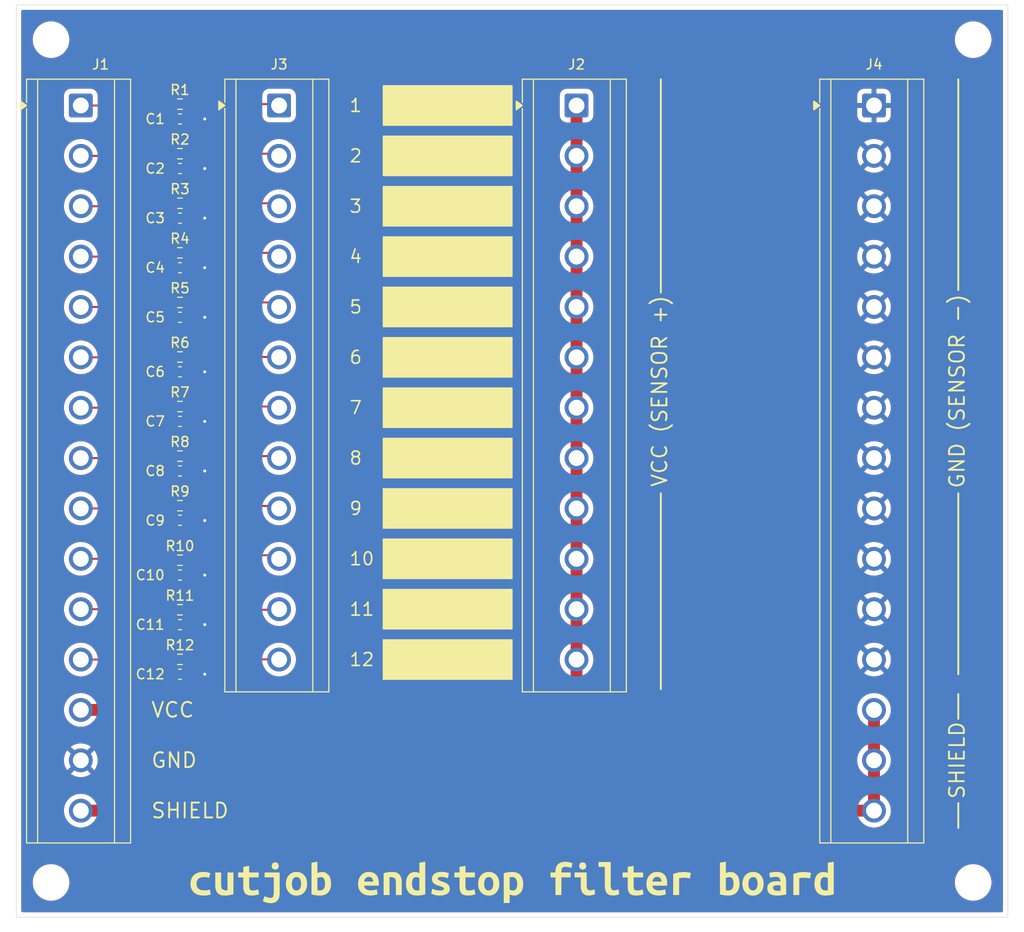
<source format=kicad_pcb>
(kicad_pcb (version 20241229) (generator "pcbnew") (generator_version "9.0")
  (layers (0 "F.Cu" signal) (2 "B.Cu" signal) (13 "F.Paste" user) (15 "B.Paste" user) (5 "F.SilkS" user "F.Silkscreen") (7 "B.SilkS" user "B.Silkscreen") (1 "F.Mask" user) (3 "B.Mask" user) (25 "Edge.Cuts" user))
  (net 0 "")
  (net 1 "/SENSOR_1_OUT")
  (net 2 "GND")
  (net 3 "/SENSOR_2_OUT")
  (net 4 "/SENSOR_3_OUT")
  (net 5 "/SENSOR_4_OUT")
  (net 6 "/SENSOR_5_OUT")
  (net 7 "/SENSOR_6_OUT")
  (net 8 "/SENSOR_7_OUT")
  (net 9 "/SENSOR_8_OUT")
  (net 10 "/SENSOR_9_OUT")
  (net 11 "/SENSOR_10_OUT")
  (net 12 "/SENSOR_11_OUT")
  (net 13 "/SENSOR_12_OUT")
  (net 14 "VCC")
  (net 15 "Earth")
  (net 16 "/SENSOR_12_IN")
  (net 17 "/SENSOR_5_IN")
  (net 18 "/SENSOR_10_IN")
  (net 19 "/SENSOR_6_IN")
  (net 20 "/SENSOR_11_IN")
  (net 21 "/SENSOR_1_IN")
  (net 22 "/SENSOR_7_IN")
  (net 23 "/SENSOR_4_IN")
  (net 24 "/SENSOR_3_IN")
  (net 25 "/SENSOR_9_IN")
  (net 26 "/SENSOR_8_IN")
  (net 27 "/SENSOR_2_IN")
  (footprint "Resistor_SMD:R_0603_1608Metric" (layer "F.Cu") (at 76.5 74)
    (property "Reference" "R3" (at 0 -1.43 0) (layer "F.SilkS"))
    (property "Value" "2.2K")
    (pad "1" smd roundrect (at -0.825 0) (size 0.8 0.95) (layers "F.Cu" "F.Mask" "F.Paste") (net 4 "/SENSOR_3_OUT"))
    (pad "2" smd roundrect (at 0.825 0) (size 0.8 0.95) (layers "F.Cu" "F.Mask" "F.Paste") (net 24 "/SENSOR_3_IN"))
  )
  (footprint "Capacitor_SMD:C_0603_1608Metric" (layer "F.Cu") (at 76.5 96)
    (property "Reference" "C7" (at -2.5 0 0) (layer "F.SilkS"))
    (property "Value" "100nF")
    (pad "1" smd roundrect (at -0.775 0) (size 0.9 0.95) (layers "F.Cu" "F.Mask" "F.Paste") (net 8 "/SENSOR_7_OUT"))
    (pad "2" smd roundrect (at 0.775 0) (size 0.9 0.95) (layers "F.Cu" "F.Mask" "F.Paste") (net 2 "GND"))
  )
  (footprint "Resistor_SMD:R_0603_1608Metric" (layer "F.Cu") (at 76.5 89.5)
    (property "Reference" "R6" (at 0 -1.43 0) (layer "F.SilkS"))
    (property "Value" "2.2K")
    (pad "1" smd roundrect (at -0.825 0) (size 0.8 0.95) (layers "F.Cu" "F.Mask" "F.Paste") (net 7 "/SENSOR_6_OUT"))
    (pad "2" smd roundrect (at 0.825 0) (size 0.8 0.95) (layers "F.Cu" "F.Mask" "F.Paste") (net 19 "/SENSOR_6_IN"))
  )
  (footprint "Capacitor_SMD:C_0603_1608Metric" (layer "F.Cu") (at 76.5 105.97)
    (property "Reference" "C9" (at -2.5 0.03 0) (layer "F.SilkS"))
    (property "Value" "100nF")
    (pad "1" smd roundrect (at -0.775 0) (size 0.9 0.95) (layers "F.Cu" "F.Mask" "F.Paste") (net 10 "/SENSOR_9_OUT"))
    (pad "2" smd roundrect (at 0.775 0) (size 0.9 0.95) (layers "F.Cu" "F.Mask" "F.Paste") (net 2 "GND"))
  )
  (footprint "Capacitor_SMD:C_0603_1608Metric" (layer "F.Cu") (at 76.5 101)
    (property "Reference" "C8" (at -2.5 0 0) (layer "F.SilkS"))
    (property "Value" "100nF")
    (pad "1" smd roundrect (at -0.775 0) (size 0.9 0.95) (layers "F.Cu" "F.Mask" "F.Paste") (net 9 "/SENSOR_8_OUT"))
    (pad "2" smd roundrect (at 0.775 0) (size 0.9 0.95) (layers "F.Cu" "F.Mask" "F.Paste") (net 2 "GND"))
  )
  (footprint "Resistor_SMD:R_0603_1608Metric" (layer "F.Cu") (at 76.5 115)
    (property "Reference" "R11" (at 0 -1.43 0) (layer "F.SilkS"))
    (property "Value" "2.2K")
    (pad "1" smd roundrect (at -0.825 0) (size 0.8 0.95) (layers "F.Cu" "F.Mask" "F.Paste") (net 12 "/SENSOR_11_OUT"))
    (pad "2" smd roundrect (at 0.825 0) (size 0.8 0.95) (layers "F.Cu" "F.Mask" "F.Paste") (net 20 "/SENSOR_11_IN"))
  )
  (footprint "Resistor_SMD:R_0603_1608Metric" (layer "F.Cu") (at 76.5 84)
    (property "Reference" "R5" (at 0 -1.43 0) (layer "F.SilkS"))
    (property "Value" "2.2K")
    (pad "1" smd roundrect (at -0.825 0) (size 0.8 0.95) (layers "F.Cu" "F.Mask" "F.Paste") (net 6 "/SENSOR_5_OUT"))
    (pad "2" smd roundrect (at 0.825 0) (size 0.8 0.95) (layers "F.Cu" "F.Mask" "F.Paste") (net 17 "/SENSOR_5_IN"))
  )
  (footprint "TerminalBlock_CUI:TerminalBlock_CUI_TB007-508-12_1x12_P5.08mm_Horizontal" (layer "F.Cu") (at 86.5 64.14 -90)
    (property "Reference" "J3" (at -4.14 0 0) (layer "F.SilkS"))
    (property "Value" "Screw_Terminal_01x12")
    (pad "1" thru_hole roundrect (at 0 0 270) (size 2.4 2.4) (drill 1.6) (layers "*.Cu" "*.Mask") (roundrect_rratio 0.104167) (net 21 "/SENSOR_1_IN"))
    (pad "2" thru_hole circle (at 5.08 0 270) (size 2.4 2.4) (drill 1.6) (layers "*.Cu" "*.Mask") (net 27 "/SENSOR_2_IN"))
    (pad "3" thru_hole circle (at 10.16 0 270) (size 2.4 2.4) (drill 1.6) (layers "*.Cu" "*.Mask") (net 24 "/SENSOR_3_IN"))
    (pad "4" thru_hole circle (at 15.24 0 270) (size 2.4 2.4) (drill 1.6) (layers "*.Cu" "*.Mask") (net 23 "/SENSOR_4_IN"))
    (pad "5" thru_hole circle (at 20.32 0 270) (size 2.4 2.4) (drill 1.6) (layers "*.Cu" "*.Mask") (net 17 "/SENSOR_5_IN"))
    (pad "6" thru_hole circle (at 25.4 0 270) (size 2.4 2.4) (drill 1.6) (layers "*.Cu" "*.Mask") (net 19 "/SENSOR_6_IN"))
    (pad "7" thru_hole circle (at 30.48 0 270) (size 2.4 2.4) (drill 1.6) (layers "*.Cu" "*.Mask") (net 22 "/SENSOR_7_IN"))
    (pad "8" thru_hole circle (at 35.56 0 270) (size 2.4 2.4) (drill 1.6) (layers "*.Cu" "*.Mask") (net 26 "/SENSOR_8_IN"))
    (pad "9" thru_hole circle (at 40.64 0 270) (size 2.4 2.4) (drill 1.6) (layers "*.Cu" "*.Mask") (net 25 "/SENSOR_9_IN"))
    (pad "10" thru_hole circle (at 45.72 0 270) (size 2.4 2.4) (drill 1.6) (layers "*.Cu" "*.Mask") (net 18 "/SENSOR_10_IN"))
    (pad "11" thru_hole circle (at 50.8 0 270) (size 2.4 2.4) (drill 1.6) (layers "*.Cu" "*.Mask") (net 20 "/SENSOR_11_IN"))
    (pad "12" thru_hole circle (at 55.88 0 270) (size 2.4 2.4) (drill 1.6) (layers "*.Cu" "*.Mask") (net 16 "/SENSOR_12_IN"))
  )
  (footprint "Resistor_SMD:R_0603_1608Metric" (layer "F.Cu") (at 76.5 120)
    (property "Reference" "R12" (at 0 -1.43 0) (layer "F.SilkS"))
    (property "Value" "2.2K")
    (pad "1" smd roundrect (at -0.825 0) (size 0.8 0.95) (layers "F.Cu" "F.Mask" "F.Paste") (net 13 "/SENSOR_12_OUT"))
    (pad "2" smd roundrect (at 0.825 0) (size 0.8 0.95) (layers "F.Cu" "F.Mask" "F.Paste") (net 16 "/SENSOR_12_IN"))
  )
  (footprint "Resistor_SMD:R_0603_1608Metric" (layer "F.Cu") (at 76.5 99.5)
    (property "Reference" "R8" (at 0 -1.43 0) (layer "F.SilkS"))
    (property "Value" "2.2K")
    (pad "1" smd roundrect (at -0.825 0) (size 0.8 0.95) (layers "F.Cu" "F.Mask" "F.Paste") (net 9 "/SENSOR_8_OUT"))
    (pad "2" smd roundrect (at 0.825 0) (size 0.8 0.95) (layers "F.Cu" "F.Mask" "F.Paste") (net 26 "/SENSOR_8_IN"))
  )
  (footprint "Capacitor_SMD:C_0603_1608Metric" (layer "F.Cu") (at 76.5 75.5)
    (property "Reference" "C3" (at -2.5 0 0) (layer "F.SilkS"))
    (property "Value" "100nF")
    (pad "1" smd roundrect (at -0.775 0) (size 0.9 0.95) (layers "F.Cu" "F.Mask" "F.Paste") (net 4 "/SENSOR_3_OUT"))
    (pad "2" smd roundrect (at 0.775 0) (size 0.9 0.95) (layers "F.Cu" "F.Mask" "F.Paste") (net 2 "GND"))
  )
  (footprint "TerminalBlock_CUI:TerminalBlock_CUI_TB007-508-12_1x12_P5.08mm_Horizontal" (layer "F.Cu") (at 116.5 64.14 -90)
    (property "Reference" "J2" (at -4.14 0 180) (layer "F.SilkS"))
    (property "Value" "Screw_Terminal_01x12")
    (pad "1" thru_hole roundrect (at 0 0 270) (size 2.4 2.4) (drill 1.6) (layers "*.Cu" "*.Mask") (roundrect_rratio 0.104167) (net 14 "VCC"))
    (pad "2" thru_hole circle (at 5.08 0 270) (size 2.4 2.4) (drill 1.6) (layers "*.Cu" "*.Mask") (net 14 "VCC"))
    (pad "3" thru_hole circle (at 10.16 0 270) (size 2.4 2.4) (drill 1.6) (layers "*.Cu" "*.Mask") (net 14 "VCC"))
    (pad "4" thru_hole circle (at 15.24 0 270) (size 2.4 2.4) (drill 1.6) (layers "*.Cu" "*.Mask") (net 14 "VCC"))
    (pad "5" thru_hole circle (at 20.32 0 270) (size 2.4 2.4) (drill 1.6) (layers "*.Cu" "*.Mask") (net 14 "VCC"))
    (pad "6" thru_hole circle (at 25.4 0 270) (size 2.4 2.4) (drill 1.6) (layers "*.Cu" "*.Mask") (net 14 "VCC"))
    (pad "7" thru_hole circle (at 30.48 0 270) (size 2.4 2.4) (drill 1.6) (layers "*.Cu" "*.Mask") (net 14 "VCC"))
    (pad "8" thru_hole circle (at 35.56 0 270) (size 2.4 2.4) (drill 1.6) (layers "*.Cu" "*.Mask") (net 14 "VCC"))
    (pad "9" thru_hole circle (at 40.64 0 270) (size 2.4 2.4) (drill 1.6) (layers "*.Cu" "*.Mask") (net 14 "VCC"))
    (pad "10" thru_hole circle (at 45.72 0 270) (size 2.4 2.4) (drill 1.6) (layers "*.Cu" "*.Mask") (net 14 "VCC"))
    (pad "11" thru_hole circle (at 50.8 0 270) (size 2.4 2.4) (drill 1.6) (layers "*.Cu" "*.Mask") (net 14 "VCC"))
    (pad "12" thru_hole circle (at 55.88 0 270) (size 2.4 2.4) (drill 1.6) (layers "*.Cu" "*.Mask") (net 14 "VCC"))
  )
  (footprint "Resistor_SMD:R_0603_1608Metric" (layer "F.Cu") (at 76.5 69)
    (property "Reference" "R2" (at 0 -1.43 0) (layer "F.SilkS"))
    (property "Value" "2.2K")
    (pad "1" smd roundrect (at -0.825 0) (size 0.8 0.95) (layers "F.Cu" "F.Mask" "F.Paste") (net 3 "/SENSOR_2_OUT"))
    (pad "2" smd roundrect (at 0.825 0) (size 0.8 0.95) (layers "F.Cu" "F.Mask" "F.Paste") (net 27 "/SENSOR_2_IN"))
  )
  (footprint "TerminalBlock_CUI:TerminalBlock_CUI_TB007-508-15_1x15_P5.08mm_Horizontal" (layer "F.Cu") (at 146.5 64.14 -90)
    (property "Reference" "J4" (at -4.14 0 180) (layer "F.SilkS"))
    (property "Value" "Screw_Terminal_01x15")
    (pad "1" thru_hole roundrect (at 0 0 270) (size 2.4 2.4) (drill 1.6) (layers "*.Cu" "*.Mask") (roundrect_rratio 0.104167) (net 2 "GND"))
    (pad "2" thru_hole circle (at 5.08 0 270) (size 2.4 2.4) (drill 1.6) (layers "*.Cu" "*.Mask") (net 2 "GND"))
    (pad "3" thru_hole circle (at 10.16 0 270) (size 2.4 2.4) (drill 1.6) (layers "*.Cu" "*.Mask") (net 2 "GND"))
    (pad "4" thru_hole circle (at 15.24 0 270) (size 2.4 2.4) (drill 1.6) (layers "*.Cu" "*.Mask") (net 2 "GND"))
    (pad "5" thru_hole circle (at 20.32 0 270) (size 2.4 2.4) (drill 1.6) (layers "*.Cu" "*.Mask") (net 2 "GND"))
    (pad "6" thru_hole circle (at 25.4 0 270) (size 2.4 2.4) (drill 1.6) (layers "*.Cu" "*.Mask") (net 2 "GND"))
    (pad "7" thru_hole circle (at 30.48 0 270) (size 2.4 2.4) (drill 1.6) (layers "*.Cu" "*.Mask") (net 2 "GND"))
    (pad "8" thru_hole circle (at 35.56 0 270) (size 2.4 2.4) (drill 1.6) (layers "*.Cu" "*.Mask") (net 2 "GND"))
    (pad "9" thru_hole circle (at 40.64 0 270) (size 2.4 2.4) (drill 1.6) (layers "*.Cu" "*.Mask") (net 2 "GND"))
    (pad "10" thru_hole circle (at 45.72 0 270) (size 2.4 2.4) (drill 1.6) (layers "*.Cu" "*.Mask") (net 2 "GND"))
    (pad "11" thru_hole circle (at 50.8 0 270) (size 2.4 2.4) (drill 1.6) (layers "*.Cu" "*.Mask") (net 2 "GND"))
    (pad "12" thru_hole circle (at 55.88 0 270) (size 2.4 2.4) (drill 1.6) (layers "*.Cu" "*.Mask") (net 2 "GND"))
    (pad "13" thru_hole circle (at 60.96 0 270) (size 2.4 2.4) (drill 1.6) (layers "*.Cu" "*.Mask") (net 15 "Earth"))
    (pad "14" thru_hole circle (at 66.04 0 270) (size 2.4 2.4) (drill 1.6) (layers "*.Cu" "*.Mask") (net 15 "Earth"))
    (pad "15" thru_hole circle (at 71.12 0 270) (size 2.4 2.4) (drill 1.6) (layers "*.Cu" "*.Mask") (net 15 "Earth"))
  )
  (footprint "TerminalBlock_CUI:TerminalBlock_CUI_TB007-508-15_1x15_P5.08mm_Horizontal" (layer "F.Cu") (at 66.5 64.14 -90)
    (property "Reference" "J1" (at -4.14 -2 180) (layer "F.SilkS"))
    (property "Value" "Screw_Terminal_01x15")
    (pad "1" thru_hole roundrect (at 0 0 270) (size 2.4 2.4) (drill 1.6) (layers "*.Cu" "*.Mask") (roundrect_rratio 0.104167) (net 1 "/SENSOR_1_OUT"))
    (pad "2" thru_hole circle (at 5.08 0 270) (size 2.4 2.4) (drill 1.6) (layers "*.Cu" "*.Mask") (net 3 "/SENSOR_2_OUT"))
    (pad "3" thru_hole circle (at 10.16 0 270) (size 2.4 2.4) (drill 1.6) (layers "*.Cu" "*.Mask") (net 4 "/SENSOR_3_OUT"))
    (pad "4" thru_hole circle (at 15.24 0 270) (size 2.4 2.4) (drill 1.6) (layers "*.Cu" "*.Mask") (net 5 "/SENSOR_4_OUT"))
    (pad "5" thru_hole circle (at 20.32 0 270) (size 2.4 2.4) (drill 1.6) (layers "*.Cu" "*.Mask") (net 6 "/SENSOR_5_OUT"))
    (pad "6" thru_hole circle (at 25.4 0 270) (size 2.4 2.4) (drill 1.6) (layers "*.Cu" "*.Mask") (net 7 "/SENSOR_6_OUT"))
    (pad "7" thru_hole circle (at 30.48 0 270) (size 2.4 2.4) (drill 1.6) (layers "*.Cu" "*.Mask") (net 8 "/SENSOR_7_OUT"))
    (pad "8" thru_hole circle (at 35.56 0 270) (size 2.4 2.4) (drill 1.6) (layers "*.Cu" "*.Mask") (net 9 "/SENSOR_8_OUT"))
    (pad "9" thru_hole circle (at 40.64 0 270) (size 2.4 2.4) (drill 1.6) (layers "*.Cu" "*.Mask") (net 10 "/SENSOR_9_OUT"))
    (pad "10" thru_hole circle (at 45.72 0 270) (size 2.4 2.4) (drill 1.6) (layers "*.Cu" "*.Mask") (net 11 "/SENSOR_10_OUT"))
    (pad "11" thru_hole circle (at 50.8 0 270) (size 2.4 2.4) (drill 1.6) (layers "*.Cu" "*.Mask") (net 12 "/SENSOR_11_OUT"))
    (pad "12" thru_hole circle (at 55.88 0 270) (size 2.4 2.4) (drill 1.6) (layers "*.Cu" "*.Mask") (net 13 "/SENSOR_12_OUT"))
    (pad "13" thru_hole circle (at 60.96 0 270) (size 2.4 2.4) (drill 1.6) (layers "*.Cu" "*.Mask") (net 14 "VCC"))
    (pad "14" thru_hole circle (at 66.04 0 270) (size 2.4 2.4) (drill 1.6) (layers "*.Cu" "*.Mask") (net 2 "GND"))
    (pad "15" thru_hole circle (at 71.12 0 270) (size 2.4 2.4) (drill 1.6) (layers "*.Cu" "*.Mask") (net 15 "Earth"))
  )
  (footprint "Resistor_SMD:R_0603_1608Metric" (layer "F.Cu") (at 76.5 94.5)
    (property "Reference" "R7" (at 0 -1.43 0) (layer "F.SilkS"))
    (property "Value" "2.2K")
    (pad "1" smd roundrect (at -0.825 0) (size 0.8 0.95) (layers "F.Cu" "F.Mask" "F.Paste") (net 8 "/SENSOR_7_OUT"))
    (pad "2" smd roundrect (at 0.825 0) (size 0.8 0.95) (layers "F.Cu" "F.Mask" "F.Paste") (net 22 "/SENSOR_7_IN"))
  )
  (footprint "Capacitor_SMD:C_0603_1608Metric" (layer "F.Cu") (at 76.5 91)
    (property "Reference" "C6" (at -2.5 0 0) (layer "F.SilkS"))
    (property "Value" "100nF")
    (pad "1" smd roundrect (at -0.775 0) (size 0.9 0.95) (layers "F.Cu" "F.Mask" "F.Paste") (net 7 "/SENSOR_6_OUT"))
    (pad "2" smd roundrect (at 0.775 0) (size 0.9 0.95) (layers "F.Cu" "F.Mask" "F.Paste") (net 2 "GND"))
  )
  (footprint "Resistor_SMD:R_0603_1608Metric" (layer "F.Cu") (at 76.5 64)
    (property "Reference" "R1" (at 0 -1.43 0) (layer "F.SilkS"))
    (property "Value" "2.2K")
    (pad "1" smd roundrect (at -0.825 0) (size 0.8 0.95) (layers "F.Cu" "F.Mask" "F.Paste") (net 1 "/SENSOR_1_OUT"))
    (pad "2" smd roundrect (at 0.825 0) (size 0.8 0.95) (layers "F.Cu" "F.Mask" "F.Paste") (net 21 "/SENSOR_1_IN"))
  )
  (footprint "Capacitor_SMD:C_0603_1608Metric" (layer "F.Cu") (at 76.5 80.5)
    (property "Reference" "C4" (at -2.5 0 0) (layer "F.SilkS"))
    (property "Value" "100nF")
    (pad "1" smd roundrect (at -0.775 0) (size 0.9 0.95) (layers "F.Cu" "F.Mask" "F.Paste") (net 5 "/SENSOR_4_OUT"))
    (pad "2" smd roundrect (at 0.775 0) (size 0.9 0.95) (layers "F.Cu" "F.Mask" "F.Paste") (net 2 "GND"))
  )
  (footprint "MountingHole:MountingHole_3.2mm_M3" (layer "F.Cu") (at 63.5 142.5)
    (property "Reference" "H2" (hide yes))
    (property "Value" "MountingHole")
    (pad "" np_thru_hole circle (at 0 0) (size 3.2 3.2) (drill 3.2) (layers "*.Cu" "*.Mask"))
  )
  (footprint "MountingHole:MountingHole_3.2mm_M3" (layer "F.Cu") (at 63.5 57.5)
    (property "Reference" "H1" (hide yes))
    (property "Value" "MountingHole")
    (pad "" np_thru_hole circle (at 0 0) (size 3.2 3.2) (drill 3.2) (layers "*.Cu" "*.Mask"))
  )
  (footprint "Capacitor_SMD:C_0603_1608Metric" (layer "F.Cu") (at 76.5 85.5)
    (property "Reference" "C5" (at -2.5 0 0) (layer "F.SilkS"))
    (property "Value" "100nF")
    (pad "1" smd roundrect (at -0.775 0) (size 0.9 0.95) (layers "F.Cu" "F.Mask" "F.Paste") (net 6 "/SENSOR_5_OUT"))
    (pad "2" smd roundrect (at 0.775 0) (size 0.9 0.95) (layers "F.Cu" "F.Mask" "F.Paste") (net 2 "GND"))
  )
  (footprint "MountingHole:MountingHole_3.2mm_M3" (layer "F.Cu") (at 156.5 142.5)
    (property "Reference" "H4" (hide yes))
    (property "Value" "MountingHole")
    (pad "" np_thru_hole circle (at 0 0) (size 3.2 3.2) (drill 3.2) (layers "*.Cu" "*.Mask"))
  )
  (footprint "Capacitor_SMD:C_0603_1608Metric" (layer "F.Cu") (at 76.5 121.5)
    (property "Reference" "C12" (at -3 0 0) (layer "F.SilkS"))
    (property "Value" "100nF")
    (pad "1" smd roundrect (at -0.775 0) (size 0.9 0.95) (layers "F.Cu" "F.Mask" "F.Paste") (net 13 "/SENSOR_12_OUT"))
    (pad "2" smd roundrect (at 0.775 0) (size 0.9 0.95) (layers "F.Cu" "F.Mask" "F.Paste") (net 2 "GND"))
  )
  (footprint "Capacitor_SMD:C_0603_1608Metric" (layer "F.Cu") (at 76.5 70.5)
    (property "Reference" "C2" (at -2.5 0 0) (layer "F.SilkS"))
    (property "Value" "100nF")
    (pad "1" smd roundrect (at -0.775 0) (size 0.9 0.95) (layers "F.Cu" "F.Mask" "F.Paste") (net 3 "/SENSOR_2_OUT"))
    (pad "2" smd roundrect (at 0.775 0) (size 0.9 0.95) (layers "F.Cu" "F.Mask" "F.Paste") (net 2 "GND"))
  )
  (footprint "kibuzzard-695BA6A9" (layer "F.Cu") (at 110 142.5)
    (property "Reference" "kibuzzard-695BA6A9" (hide yes))
    (property "Value" "G***" (hide yes))
  )
  (footprint "Capacitor_SMD:C_0603_1608Metric" (layer "F.Cu") (at 76.5 116.5)
    (property "Reference" "C11" (at -3 0 0) (layer "F.SilkS"))
    (property "Value" "100nF")
    (pad "1" smd roundrect (at -0.775 0) (size 0.9 0.95) (layers "F.Cu" "F.Mask" "F.Paste") (net 12 "/SENSOR_11_OUT"))
    (pad "2" smd roundrect (at 0.775 0) (size 0.9 0.95) (layers "F.Cu" "F.Mask" "F.Paste") (net 2 "GND"))
  )
  (footprint "Resistor_SMD:R_0603_1608Metric" (layer "F.Cu") (at 76.5 79)
    (property "Reference" "R4" (at 0 -1.43 0) (layer "F.SilkS"))
    (property "Value" "2.2K")
    (pad "1" smd roundrect (at -0.825 0) (size 0.8 0.95) (layers "F.Cu" "F.Mask" "F.Paste") (net 5 "/SENSOR_4_OUT"))
    (pad "2" smd roundrect (at 0.825 0) (size 0.8 0.95) (layers "F.Cu" "F.Mask" "F.Paste") (net 23 "/SENSOR_4_IN"))
  )
  (footprint "Resistor_SMD:R_0603_1608Metric" (layer "F.Cu") (at 76.5 104.5)
    (property "Reference" "R9" (at 0 -1.43 0) (layer "F.SilkS"))
    (property "Value" "2.2K")
    (pad "1" smd roundrect (at -0.825 0) (size 0.8 0.95) (layers "F.Cu" "F.Mask" "F.Paste") (net 10 "/SENSOR_9_OUT"))
    (pad "2" smd roundrect (at 0.825 0) (size 0.8 0.95) (layers "F.Cu" "F.Mask" "F.Paste") (net 25 "/SENSOR_9_IN"))
  )
  (footprint "Capacitor_SMD:C_0603_1608Metric" (layer "F.Cu") (at 76.5 65.5)
    (property "Reference" "C1" (at -2.5 0 0) (layer "F.SilkS"))
    (property "Value" "100nF")
    (pad "1" smd roundrect (at -0.775 0) (size 0.9 0.95) (layers "F.Cu" "F.Mask" "F.Paste") (net 1 "/SENSOR_1_OUT"))
    (pad "2" smd roundrect (at 0.775 0) (size 0.9 0.95) (layers "F.Cu" "F.Mask" "F.Paste") (net 2 "GND"))
  )
  (footprint "Capacitor_SMD:C_0603_1608Metric" (layer "F.Cu") (at 76.5 111.5)
    (property "Reference" "C10" (at -3 0 0) (layer "F.SilkS"))
    (property "Value" "100nF")
    (pad "1" smd roundrect (at -0.775 0) (size 0.9 0.95) (layers "F.Cu" "F.Mask" "F.Paste") (net 11 "/SENSOR_10_OUT"))
    (pad "2" smd roundrect (at 0.775 0) (size 0.9 0.95) (layers "F.Cu" "F.Mask" "F.Paste") (net 2 "GND"))
  )
  (footprint "MountingHole:MountingHole_3.2mm_M3" (layer "F.Cu") (at 156.5 57.5)
    (property "Reference" "H3" (hide yes))
    (property "Value" "MountingHole")
    (pad "" np_thru_hole circle (at 0 0) (size 3.2 3.2) (drill 3.2) (layers "*.Cu" "*.Mask"))
  )
  (footprint "Resistor_SMD:R_0603_1608Metric" (layer "F.Cu") (at 76.5 110)
    (property "Reference" "R10" (at 0 -1.43 0) (layer "F.SilkS"))
    (property "Value" "2.2K")
    (pad "1" smd roundrect (at -0.825 0) (size 0.8 0.95) (layers "F.Cu" "F.Mask" "F.Paste") (net 11 "/SENSOR_10_OUT"))
    (pad "2" smd roundrect (at 0.825 0) (size 0.8 0.95) (layers "F.Cu" "F.Mask" "F.Paste") (net 18 "/SENSOR_10_IN"))
  )
  (gr_rect (start 97 107.86) (end 110 111.86) (stroke (width 0.1)) (fill yes) (layer "F.SilkS"))
  (gr_line (start 125 123) (end 125 103.25) (stroke (width 0.1875)) (layer "F.SilkS"))
  (gr_rect (start 97 102.78) (end 110 106.78) (stroke (width 0.1)) (fill yes) (layer "F.SilkS"))
  (gr_line (start 155 82.75) (end 155 61.5) (stroke (width 0.1875)) (layer "F.SilkS"))
  (gr_rect (start 97 92.62) (end 110 96.62) (stroke (width 0.1)) (fill yes) (layer "F.SilkS"))
  (gr_line (start 125 83) (end 125 61.5) (stroke (width 0.1875)) (layer "F.SilkS"))
  (gr_rect (start 97 67.22) (end 110 71.22) (stroke (width 0.1)) (fill yes) (layer "F.SilkS"))
  (gr_rect (start 97 62.14) (end 110 66.14) (stroke (width 0.1)) (fill yes) (layer "F.SilkS"))
  (gr_line (start 155 121.5) (end 155 103.25) (stroke (width 0.1875)) (layer "F.SilkS"))
  (gr_rect (start 97 77.38) (end 110 81.38) (stroke (width 0.1)) (fill yes) (layer "F.SilkS"))
  (gr_line (start 155 134.5) (end 155 137) (stroke (width 0.1875)) (layer "F.SilkS"))
  (gr_rect (start 97 112.94) (end 110 116.94) (stroke (width 0.1)) (fill yes) (layer "F.SilkS"))
  (gr_rect (start 97 97.7) (end 110 101.7) (stroke (width 0.1)) (fill yes) (layer "F.SilkS"))
  (gr_rect (start 97 87.54) (end 110 91.54) (stroke (width 0.1)) (fill yes) (layer "F.SilkS"))
  (gr_rect (start 97 118.02) (end 110 122.02) (stroke (width 0.1)) (fill yes) (layer "F.SilkS"))
  (gr_rect (start 97 82.46) (end 110 86.46) (stroke (width 0.1)) (fill yes) (layer "F.SilkS"))
  (gr_line (start 155 126) (end 155 123.5) (stroke (width 0.1875)) (layer "F.SilkS"))
  (gr_rect (start 97 72.3) (end 110 76.3) (stroke (width 0.1)) (fill yes) (layer "F.SilkS"))
  (gr_rect (start 60 54) (end 160 146) (stroke (width 0.05)) (fill no) (layer "Edge.Cuts"))
  (gr_text "6" (at 93.5 89.54 0) (layer "F.SilkS") (effects (font (size 1.3 1.3) (thickness 0.1625)) (justify left)))
  (gr_text "12" (at 93.5 120.02 0) (layer "F.SilkS") (effects (font (size 1.3 1.3) (thickness 0.1625)) (justify left)))
  (gr_text "4" (at 93.5 79.38 0) (layer "F.SilkS") (effects (font (size 1.3 1.3) (thickness 0.1625)) (justify left)))
  (gr_text "2" (at 93.5 69.22 0) (layer "F.SilkS") (effects (font (size 1.3 1.3) (thickness 0.1625)) (justify left)))
  (gr_text "11" (at 93.5 114.94 0) (layer "F.SilkS") (effects (font (size 1.3 1.3) (thickness 0.1625)) (justify left)))
  (gr_text "10" (at 93.5 109.86 0) (layer "F.SilkS") (effects (font (size 1.3 1.3) (thickness 0.1625)) (justify left)))
  (gr_text "VCC" (at 73.5 125.1 0) (layer "F.SilkS") (effects (font (size 1.5 1.5) (thickness 0.1875)) (justify left)))
  (gr_text "SHIELD" (at 154 130.180001 90) (layer "F.SilkS") (effects (font (size 1.5 1.5) (thickness 0.1875)) (justify top)))
  (gr_text "8" (at 93.5 99.7 0) (layer "F.SilkS") (effects (font (size 1.3 1.3) (thickness 0.1625)) (justify left)))
  (gr_text "SHIELD" (at 73.5 135.26 0) (layer "F.SilkS") (effects (font (size 1.5 1.5) (thickness 0.1875)) (justify left)))
  (gr_text "GND (SENSOR -) " (at 154 92.38 90) (layer "F.SilkS") (effects (font (size 1.5 1.5) (thickness 0.1875)) (justify top)))
  (gr_text "1" (at 93.5 64.14 0) (layer "F.SilkS") (effects (font (size 1.3 1.3) (thickness 0.1625)) (justify left)))
  (gr_text "VCC (SENSOR +) " (at 124 92.380001 90) (layer "F.SilkS") (effects (font (size 1.5 1.5) (thickness 0.1875)) (justify top)))
  (gr_text "9" (at 93.5 104.78 0) (layer "F.SilkS") (effects (font (size 1.3 1.3) (thickness 0.1625)) (justify left)))
  (gr_text "7" (at 93.5 94.62 0) (layer "F.SilkS") (effects (font (size 1.3 1.3) (thickness 0.1625)) (justify left)))
  (gr_text "5" (at 93.5 84.46 0) (layer "F.SilkS") (effects (font (size 1.3 1.3) (thickness 0.1625)) (justify left)))
  (gr_text "GND" (at 73.5 130.18 0) (layer "F.SilkS") (effects (font (size 1.5 1.5) (thickness 0.1875)) (justify left)))
  (gr_text "3" (at 93.5 74.3 0) (layer "F.SilkS") (effects (font (size 1.3 1.3) (thickness 0.1625)) (justify left)))
  (segment (start 75.675 64) (end 75.675 65.45) (width 0.2) (layer "F.Cu") (net 1))
  (segment (start 75.675 65.45) (end 75.725 65.5) (width 0.2) (layer "F.Cu") (net 1))
  (segment (start 66.5 64.14) (end 75.535 64.14) (width 0.2) (layer "F.Cu") (net 1))
  (segment (start 75.535 64.14) (end 75.675 64) (width 0.2) (layer "F.Cu") (net 1))
  (segment (start 77.275 91) (end 79 91) (width 0.2) (layer "F.Cu") (net 2))
  (segment (start 77.275 75.5) (end 79 75.5) (width 0.2) (layer "F.Cu") (net 2))
  (segment (start 77.275 70.5) (end 79 70.5) (width 0.2) (layer "F.Cu") (net 2))
  (segment (start 77.275 116.5) (end 79 116.5) (width 0.2) (layer "F.Cu") (net 2))
  (segment (start 77.275 101) (end 79 101) (width 0.2) (layer "F.Cu") (net 2))
  (segment (start 77.275 105.97) (end 78.97 105.97) (width 0.2) (layer "F.Cu") (net 2))
  (segment (start 77.275 85.5) (end 79 85.5) (width 0.2) (layer "F.Cu") (net 2))
  (segment (start 77.275 65.5) (end 79 65.5) (width 0.2) (layer "F.Cu") (net 2))
  (segment (start 78.97 105.97) (end 79 106) (width 0.2) (layer "F.Cu") (net 2))
  (segment (start 77.275 121.5) (end 79 121.5) (width 0.2) (layer "F.Cu") (net 2))
  (segment (start 77.275 111.5) (end 79 111.5) (width 0.2) (layer "F.Cu") (net 2))
  (segment (start 77.275 96) (end 79 96) (width 0.2) (layer "F.Cu") (net 2))
  (segment (start 77.275 80.5) (end 79 80.5) (width 0.2) (layer "F.Cu") (net 2))
  (via (at 79 85.5) (size 0.6) (drill 0.3) (layers "F.Cu" "B.Cu") (net 2))
  (via (at 79 121.5) (size 0.6) (drill 0.3) (layers "F.Cu" "B.Cu") (net 2))
  (via (at 79 91) (size 0.6) (drill 0.3) (layers "F.Cu" "B.Cu") (net 2))
  (via (at 79 96) (size 0.6) (drill 0.3) (layers "F.Cu" "B.Cu") (net 2))
  (via (at 79 70.5) (size 0.6) (drill 0.3) (layers "F.Cu" "B.Cu") (net 2))
  (via (at 79 111.5) (size 0.6) (drill 0.3) (layers "F.Cu" "B.Cu") (net 2))
  (via (at 79 116.5) (size 0.6) (drill 0.3) (layers "F.Cu" "B.Cu") (net 2))
  (via (at 79 75.5) (size 0.6) (drill 0.3) (layers "F.Cu" "B.Cu") (net 2))
  (via (at 79 106) (size 0.6) (drill 0.3) (layers "F.Cu" "B.Cu") (net 2))
  (via (at 79 80.5) (size 0.6) (drill 0.3) (layers "F.Cu" "B.Cu") (net 2))
  (via (at 79 101) (size 0.6) (drill 0.3) (layers "F.Cu" "B.Cu") (net 2))
  (via (at 79 65.5) (size 0.6) (drill 0.3) (layers "F.Cu" "B.Cu") (net 2))
  (segment (start 75.675 70.45) (end 75.725 70.5) (width 0.2) (layer "F.Cu") (net 3))
  (segment (start 75.455 69.22) (end 75.675 69) (width 0.2) (layer "F.Cu") (net 3))
  (segment (start 75.675 69) (end 75.675 70.45) (width 0.2) (layer "F.Cu") (net 3))
  (segment (start 66.5 69.22) (end 75.455 69.22) (width 0.2) (layer "F.Cu") (net 3))
  (segment (start 66.5 74.3) (end 75.375 74.3) (width 0.2) (layer "F.Cu") (net 4))
  (segment (start 75.375 74.3) (end 75.675 74) (width 0.2) (layer "F.Cu") (net 4))
  (segment (start 75.675 75.45) (end 75.725 75.5) (width 0.2) (layer "F.Cu") (net 4))
  (segment (start 75.675 74) (end 75.675 75.45) (width 0.2) (layer "F.Cu") (net 4))
  (segment (start 75.675 80.45) (end 75.725 80.5) (width 0.2) (layer "F.Cu") (net 5))
  (segment (start 75.295 79.38) (end 75.675 79) (width 0.2) (layer "F.Cu") (net 5))
  (segment (start 66.5 79.38) (end 75.295 79.38) (width 0.2) (layer "F.Cu") (net 5))
  (segment (start 75.675 79) (end 75.675 80.45) (width 0.2) (layer "F.Cu") (net 5))
  (segment (start 66.5 84.46) (end 75.215 84.46) (width 0.2) (layer "F.Cu") (net 6))
  (segment (start 75.675 84) (end 75.675 85.45) (width 0.2) (layer "F.Cu") (net 6))
  (segment (start 75.675 85.45) (end 75.725 85.5) (width 0.2) (layer "F.Cu") (net 6))
  (segment (start 75.215 84.46) (end 75.675 84) (width 0.2) (layer "F.Cu") (net 6))
  (segment (start 75.675 89.5) (end 75.675 90.95) (width 0.2) (layer "F.Cu") (net 7))
  (segment (start 75.635 89.54) (end 75.675 89.5) (width 0.2) (layer "F.Cu") (net 7))
  (segment (start 66.5 89.54) (end 75.635 89.54) (width 0.2) (layer "F.Cu") (net 7))
  (segment (start 75.675 90.95) (end 75.725 91) (width 0.2) (layer "F.Cu") (net 7))
  (segment (start 75.675 94.5) (end 75.675 95.95) (width 0.2) (layer "F.Cu") (net 8))
  (segment (start 75.675 95.95) (end 75.725 96) (width 0.2) (layer "F.Cu") (net 8))
  (segment (start 75.555 94.62) (end 75.675 94.5) (width 0.2) (layer "F.Cu") (net 8))
  (segment (start 66.5 94.62) (end 75.555 94.62) (width 0.2) (layer "F.Cu") (net 8))
  (segment (start 75.675 100.95) (end 75.725 101) (width 0.2) (layer "F.Cu") (net 9))
  (segment (start 66.5 99.7) (end 75.475 99.7) (width 0.2) (layer "F.Cu") (net 9))
  (segment (start 75.675 99.5) (end 75.675 100.95) (width 0.2) (layer "F.Cu") (net 9))
  (segment (start 75.475 99.7) (end 75.675 99.5) (width 0.2) (layer "F.Cu") (net 9))
  (segment (start 75.675 104.5) (end 75.675 105.92) (width 0.2) (layer "F.Cu") (net 10))
  (segment (start 66.5 104.78) (end 75.425 104.78) (width 0.2) (layer "F.Cu") (net 10))
  (segment (start 75.675 105.92) (end 75.725 105.97) (width 0.2) (layer "F.Cu") (net 10))
  (segment (start 75.425 104.75) (end 75.675 104.5) (width 0.2) (layer "F.Cu") (net 10))
  (segment (start 75.675 110) (end 75.675 111.45) (width 0.2) (layer "F.Cu") (net 11))
  (segment (start 66.5 109.86) (end 75.315 109.86) (width 0.2) (layer "F.Cu") (net 11))
  (segment (start 75.675 111.45) (end 75.725 111.5) (width 0.2) (layer "F.Cu") (net 11))
  (segment (start 75.315 110.36) (end 75.675 110) (width 0.2) (layer "F.Cu") (net 11))
  (segment (start 66.5 114.94) (end 75.615 114.94) (width 0.2) (layer "F.Cu") (net 12))
  (segment (start 75.675 115) (end 75.675 116.45) (width 0.2) (layer "F.Cu") (net 12))
  (segment (start 75.615 114.94) (end 75.675 115) (width 0.2) (layer "F.Cu") (net 12))
  (segment (start 75.675 116.45) (end 75.725 116.5) (width 0.2) (layer "F.Cu") (net 12))
  (segment (start 75.655 120.02) (end 75.675 120) (width 0.2) (layer "F.Cu") (net 13))
  (segment (start 66.5 120.02) (end 75.655 120.02) (width 0.2) (layer "F.Cu") (net 13))
  (segment (start 75.675 121.45) (end 75.725 121.5) (width 0.2) (layer "F.Cu") (net 13))
  (segment (start 75.675 120) (end 75.675 121.45) (width 0.2) (layer "F.Cu") (net 13))
  (segment (start 116.5 123.5) (end 116.5 120.02) (width 1.2) (layer "F.Cu") (net 14))
  (segment (start 114.9 125.1) (end 116.5 123.5) (width 1.2) (layer "F.Cu") (net 14))
  (segment (start 116.5 64.14) (end 116.5 120.02) (width 1.2) (layer "F.Cu") (net 14))
  (segment (start 66.5 125.1) (end 114.9 125.1) (width 1.2) (layer "F.Cu") (net 14))
  (segment (start 146.5 135.26) (end 146.5 125.1) (width 1.2) (layer "F.Cu") (net 15))
  (segment (start 66.5 135.26) (end 146.5 135.26) (width 1.2) (layer "F.Cu") (net 15))
  (segment (start 86.48 120) (end 86.5 120.02) (width 0.2) (layer "F.Cu") (net 16))
  (segment (start 77.325 120) (end 86.48 120) (width 0.2) (layer "F.Cu") (net 16))
  (segment (start 86.04 84) (end 86.5 84.46) (width 0.2) (layer "F.Cu") (net 17))
  (segment (start 77.325 84) (end 86.04 84) (width 0.2) (layer "F.Cu") (net 17))
  (segment (start 77.325 109.5) (end 86.14 109.5) (width 0.2) (layer "F.Cu") (net 18))
  (segment (start 86.14 109.5) (end 86.5 109.86) (width 0.2) (layer "F.Cu") (net 18))
  (segment (start 77.325 89.5) (end 86.46 89.5) (width 0.2) (layer "F.Cu") (net 19))
  (segment (start 86.46 89.5) (end 86.5 89.54) (width 0.2) (layer "F.Cu") (net 19))
  (segment (start 77.325 115) (end 86.44 115) (width 0.2) (layer "F.Cu") (net 20))
  (segment (start 86.44 115) (end 86.5 114.94) (width 0.2) (layer "F.Cu") (net 20))
  (segment (start 77.325 64) (end 86.36 64) (width 0.2) (layer "F.Cu") (net 21))
  (segment (start 86.36 64) (end 86.5 64.14) (width 0.2) (layer "F.Cu") (net 21))
  (segment (start 86.38 94.5) (end 86.5 94.62) (width 0.2) (layer "F.Cu") (net 22))
  (segment (start 77.325 94.5) (end 86.38 94.5) (width 0.2) (layer "F.Cu") (net 22))
  (segment (start 86.12 79) (end 86.5 79.38) (width 0.2) (layer "F.Cu") (net 23))
  (segment (start 77.325 79) (end 86.12 79) (width 0.2) (layer "F.Cu") (net 23))
  (segment (start 77.325 74) (end 86.2 74) (width 0.2) (layer "F.Cu") (net 24))
  (segment (start 86.2 74) (end 86.5 74.3) (width 0.2) (layer "F.Cu") (net 24))
  (segment (start 77.325 104.53) (end 86.25 104.53) (width 0.2) (layer "F.Cu") (net 25))
  (segment (start 86.25 104.53) (end 86.5 104.78) (width 0.2) (layer "F.Cu") (net 25))
  (segment (start 77.325 99.5) (end 86.3 99.5) (width 0.2) (layer "F.Cu") (net 26))
  (segment (start 86.3 99.5) (end 86.5 99.7) (width 0.2) (layer "F.Cu") (net 26))
  (segment (start 77.325 69) (end 86.28 69) (width 0.2) (layer "F.Cu") (net 27))
  (segment (start 86.28 69) (end 86.5 69.22) (width 0.2) (layer "F.Cu") (net 27))
  (zone (net 2) (net_name "GND") (layers "F.Cu" "B.Cu") (name "GND") (connect_pads (clearance 0.5)) (min_thickness 0.25) (fill yes (thermal_gap 0.5) (thermal_bridge_width 0.5))
    (polygon (pts (xy 59.5 53.5) (xy 160.5 53.5) (xy 160.5 146.5) (xy 59.5 146.5)))
  )
)
</source>
